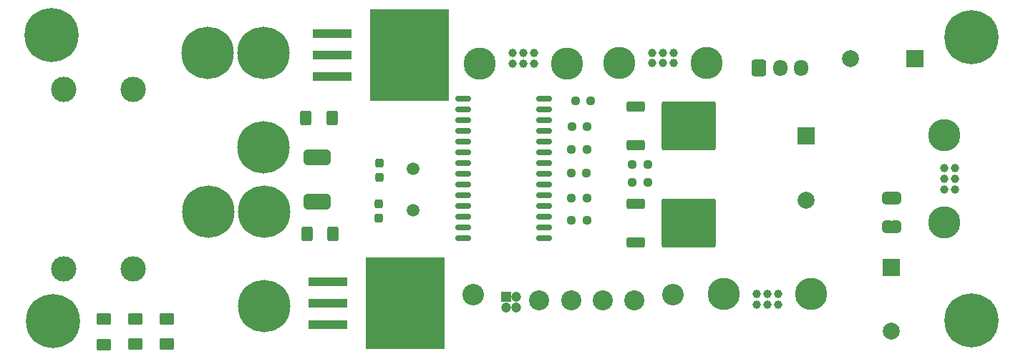
<source format=gts>
G04 #@! TF.GenerationSoftware,KiCad,Pcbnew,9.0.7*
G04 #@! TF.CreationDate,2026-01-21T09:34:02-05:00*
G04 #@! TF.ProjectId,remote_arming,72656d6f-7465-45f6-9172-6d696e672e6b,rev?*
G04 #@! TF.SameCoordinates,Original*
G04 #@! TF.FileFunction,Soldermask,Top*
G04 #@! TF.FilePolarity,Negative*
%FSLAX46Y46*%
G04 Gerber Fmt 4.6, Leading zero omitted, Abs format (unit mm)*
G04 Created by KiCad (PCBNEW 9.0.7) date 2026-01-21 09:34:02*
%MOMM*%
%LPD*%
G01*
G04 APERTURE LIST*
G04 Aperture macros list*
%AMRoundRect*
0 Rectangle with rounded corners*
0 $1 Rounding radius*
0 $2 $3 $4 $5 $6 $7 $8 $9 X,Y pos of 4 corners*
0 Add a 4 corners polygon primitive as box body*
4,1,4,$2,$3,$4,$5,$6,$7,$8,$9,$2,$3,0*
0 Add four circle primitives for the rounded corners*
1,1,$1+$1,$2,$3*
1,1,$1+$1,$4,$5*
1,1,$1+$1,$6,$7*
1,1,$1+$1,$8,$9*
0 Add four rect primitives between the rounded corners*
20,1,$1+$1,$2,$3,$4,$5,0*
20,1,$1+$1,$4,$5,$6,$7,0*
20,1,$1+$1,$6,$7,$8,$9,0*
20,1,$1+$1,$8,$9,$2,$3,0*%
%AMFreePoly0*
4,1,23,0.500000,-0.750000,0.000000,-0.750000,0.000000,-0.745722,-0.065263,-0.745722,-0.191342,-0.711940,-0.304381,-0.646677,-0.396677,-0.554381,-0.461940,-0.441342,-0.495722,-0.315263,-0.495722,-0.250000,-0.500000,-0.250000,-0.500000,0.250000,-0.495722,0.250000,-0.495722,0.315263,-0.461940,0.441342,-0.396677,0.554381,-0.304381,0.646677,-0.191342,0.711940,-0.065263,0.745722,0.000000,0.745722,
0.000000,0.750000,0.500000,0.750000,0.500000,-0.750000,0.500000,-0.750000,$1*%
%AMFreePoly1*
4,1,23,0.000000,0.745722,0.065263,0.745722,0.191342,0.711940,0.304381,0.646677,0.396677,0.554381,0.461940,0.441342,0.495722,0.315263,0.495722,0.250000,0.500000,0.250000,0.500000,-0.250000,0.495722,-0.250000,0.495722,-0.315263,0.461940,-0.441342,0.396677,-0.554381,0.304381,-0.646677,0.191342,-0.711940,0.065263,-0.745722,0.000000,-0.745722,0.000000,-0.750000,-0.500000,-0.750000,
-0.500000,0.750000,0.000000,0.750000,0.000000,0.745722,0.000000,0.745722,$1*%
G04 Aperture macros list end*
%ADD10RoundRect,0.237500X0.237500X-0.300000X0.237500X0.300000X-0.237500X0.300000X-0.237500X-0.300000X0*%
%ADD11RoundRect,0.342308X1.232692X-0.547692X1.232692X0.547692X-1.232692X0.547692X-1.232692X-0.547692X0*%
%ADD12R,2.000000X2.000000*%
%ADD13C,2.000000*%
%ADD14C,3.800000*%
%ADD15C,1.000000*%
%ADD16RoundRect,0.237500X-0.250000X-0.237500X0.250000X-0.237500X0.250000X0.237500X-0.250000X0.237500X0*%
%ADD17RoundRect,0.250001X0.624999X-0.462499X0.624999X0.462499X-0.624999X0.462499X-0.624999X-0.462499X0*%
%ADD18RoundRect,0.250000X-0.600000X-0.725000X0.600000X-0.725000X0.600000X0.725000X-0.600000X0.725000X0*%
%ADD19O,1.700000X1.950000*%
%ADD20FreePoly0,180.000000*%
%ADD21FreePoly1,180.000000*%
%ADD22RoundRect,0.237500X0.250000X0.237500X-0.250000X0.237500X-0.250000X-0.237500X0.250000X-0.237500X0*%
%ADD23C,2.550000*%
%ADD24RoundRect,0.102000X-0.500000X-0.500000X0.500000X-0.500000X0.500000X0.500000X-0.500000X0.500000X0*%
%ADD25C,1.204000*%
%ADD26C,2.379000*%
%ADD27C,3.000000*%
%ADD28C,3.600000*%
%ADD29C,6.400000*%
%ADD30C,6.197600*%
%ADD31RoundRect,0.250000X-0.850000X-0.350000X0.850000X-0.350000X0.850000X0.350000X-0.850000X0.350000X0*%
%ADD32RoundRect,0.249997X-2.950003X-2.650003X2.950003X-2.650003X2.950003X2.650003X-2.950003X2.650003X0*%
%ADD33R,4.600000X1.100000*%
%ADD34R,9.400000X10.800000*%
%ADD35RoundRect,0.250000X0.400000X0.625000X-0.400000X0.625000X-0.400000X-0.625000X0.400000X-0.625000X0*%
%ADD36C,1.500000*%
%ADD37RoundRect,0.237500X-0.237500X0.300000X-0.237500X-0.300000X0.237500X-0.300000X0.237500X0.300000X0*%
%ADD38RoundRect,0.150000X-0.750000X-0.150000X0.750000X-0.150000X0.750000X0.150000X-0.750000X0.150000X0*%
G04 APERTURE END LIST*
G04 #@! TO.C,JP3*
G36*
X202384800Y-97066800D02*
G01*
X202084800Y-97066800D01*
X202084800Y-95566800D01*
X202384800Y-95566800D01*
X202384800Y-97066800D01*
G37*
G04 #@! TO.C,JP4*
G36*
X202384800Y-100470400D02*
G01*
X202084800Y-100470400D01*
X202084800Y-98970400D01*
X202384800Y-98970400D01*
X202384800Y-100470400D01*
G37*
G04 #@! TD*
D10*
G04 #@! TO.C,C2*
X141630400Y-93875700D03*
X141630400Y-92150700D03*
G04 #@! TD*
D11*
G04 #@! TO.C,F1*
X134315200Y-96700500D03*
X134315200Y-91470500D03*
G04 #@! TD*
D12*
G04 #@! TO.C,BZ1*
X204958000Y-79806800D03*
D13*
X197358000Y-79806800D03*
G04 #@! TD*
D14*
G04 #@! TO.C,J6*
X182422800Y-107645200D03*
X192722800Y-107645200D03*
D15*
X188822800Y-107645200D03*
X187572800Y-107645200D03*
X186322800Y-107645200D03*
X188822800Y-108895200D03*
X187572800Y-108895200D03*
X186322800Y-108895200D03*
G04 #@! TD*
D16*
G04 #@! TO.C,R26*
X164365500Y-96306500D03*
X166190500Y-96306500D03*
G04 #@! TD*
D12*
G04 #@! TO.C,BZ3*
X202175000Y-104475000D03*
D13*
X202175000Y-112075000D03*
G04 #@! TD*
D17*
G04 #@! TO.C,DR1*
X109034400Y-113623600D03*
X109034400Y-110648600D03*
G04 #@! TD*
D18*
G04 #@! TO.C,J7*
X186563000Y-80877500D03*
D19*
X189063000Y-80877500D03*
X191563000Y-80877500D03*
G04 #@! TD*
D14*
G04 #@! TO.C,J9*
X208445751Y-99155522D03*
X208445751Y-88855522D03*
D15*
X208445751Y-92755522D03*
X208445751Y-94005522D03*
X208445751Y-95255522D03*
X209695751Y-92755522D03*
X209695751Y-94005522D03*
X209695751Y-95255522D03*
G04 #@! TD*
D16*
G04 #@! TO.C,R30*
X164315500Y-93356500D03*
X166140500Y-93356500D03*
G04 #@! TD*
D20*
G04 #@! TO.C,JP3*
X202884800Y-96316800D03*
D21*
X201584800Y-96316800D03*
G04 #@! TD*
D22*
G04 #@! TO.C,R28*
X166190300Y-90500200D03*
X164365300Y-90500200D03*
G04 #@! TD*
D23*
G04 #@! TO.C,J4*
X152716400Y-107770000D03*
X176366400Y-107770000D03*
D24*
X156616400Y-107970000D03*
D25*
X157866400Y-107970000D03*
X156616400Y-109220000D03*
X157866400Y-109220000D03*
D26*
X160566400Y-108390000D03*
X164316400Y-108390000D03*
X168066400Y-108390000D03*
X171816400Y-108390000D03*
G04 #@! TD*
D27*
G04 #@! TO.C,J2*
X112553000Y-83406500D03*
X104303000Y-83406500D03*
G04 #@! TD*
D22*
G04 #@! TO.C,R31*
X173378500Y-92307500D03*
X171553500Y-92307500D03*
G04 #@! TD*
D28*
G04 #@! TO.C,H1*
X102870000Y-77034540D03*
D29*
X102870000Y-77034540D03*
G04 #@! TD*
D30*
G04 #@! TO.C,U5*
X128016000Y-109071500D03*
X128016000Y-97895500D03*
X121412000Y-97895500D03*
G04 #@! TD*
D20*
G04 #@! TO.C,JP4*
X202884800Y-99720400D03*
D21*
X201584800Y-99720400D03*
G04 #@! TD*
D31*
G04 #@! TO.C,Q4*
X171958000Y-85461500D03*
D32*
X178258000Y-87741500D03*
D31*
X171958000Y-90021500D03*
G04 #@! TD*
D33*
G04 #@! TO.C,D2*
X136101000Y-79334500D03*
D34*
X145251000Y-79334500D03*
D33*
X136101000Y-76794500D03*
X136101000Y-81874500D03*
G04 #@! TD*
D28*
G04 #@! TO.C,H4*
X211683600Y-77216000D03*
D29*
X211683600Y-77216000D03*
G04 #@! TD*
D16*
G04 #@! TO.C,R32*
X171553500Y-94466500D03*
X173378500Y-94466500D03*
G04 #@! TD*
D14*
G04 #@! TO.C,J5*
X180328000Y-80325150D03*
X170028000Y-80325150D03*
D15*
X173928000Y-80325150D03*
X175178000Y-80325150D03*
X176428000Y-80325150D03*
X173928000Y-79075150D03*
X175178000Y-79075150D03*
X176428000Y-79075150D03*
G04 #@! TD*
D16*
G04 #@! TO.C,R25*
X164849800Y-84810600D03*
X166674800Y-84810600D03*
G04 #@! TD*
D31*
G04 #@! TO.C,Q5*
X171949000Y-96958000D03*
D32*
X178249000Y-99238000D03*
D31*
X171949000Y-101518000D03*
G04 #@! TD*
D17*
G04 #@! TO.C,DW1*
X116529400Y-113590600D03*
X116529400Y-110615600D03*
G04 #@! TD*
D14*
G04 #@! TO.C,J8*
X163830000Y-80369500D03*
X153530000Y-80369500D03*
D15*
X157430000Y-80369500D03*
X158680000Y-80369500D03*
X159930000Y-80369500D03*
X157430000Y-79119500D03*
X158680000Y-79119500D03*
X159930000Y-79119500D03*
G04 #@! TD*
D33*
G04 #@! TO.C,D3*
X135576000Y-108709500D03*
D34*
X144726000Y-108709500D03*
D33*
X135576000Y-106169500D03*
X135576000Y-111249500D03*
G04 #@! TD*
D35*
G04 #@! TO.C,R14*
X136078000Y-86846500D03*
X132978000Y-86846500D03*
G04 #@! TD*
D36*
G04 #@! TO.C,Y1*
X145669000Y-92860800D03*
X145669000Y-97740800D03*
G04 #@! TD*
D17*
G04 #@! TO.C,DB1*
X112784400Y-113603100D03*
X112784400Y-110628100D03*
G04 #@! TD*
D28*
G04 #@! TO.C,H3*
X211683600Y-110794800D03*
D29*
X211683600Y-110794800D03*
G04 #@! TD*
D37*
G04 #@! TO.C,C3*
X141608000Y-96978300D03*
X141608000Y-98703300D03*
G04 #@! TD*
D12*
G04 #@! TO.C,BZ2*
X192115954Y-88914299D03*
D13*
X192115954Y-96514299D03*
G04 #@! TD*
D38*
G04 #@! TO.C,U2*
X151560000Y-84540000D03*
X151560000Y-85810000D03*
X151560000Y-87080000D03*
X151560000Y-88350000D03*
X151560000Y-89620000D03*
X151560000Y-90890000D03*
X151560000Y-92160000D03*
X151560000Y-93430000D03*
X151560000Y-94700000D03*
X151560000Y-95970000D03*
X151560000Y-97240000D03*
X151560000Y-98510000D03*
X151560000Y-99780000D03*
X151560000Y-101050000D03*
X161160000Y-101050000D03*
X161160000Y-99780000D03*
X161160000Y-98510000D03*
X161160000Y-97240000D03*
X161160000Y-95970000D03*
X161160000Y-94700000D03*
X161160000Y-93430000D03*
X161160000Y-92160000D03*
X161160000Y-90890000D03*
X161160000Y-89620000D03*
X161160000Y-88350000D03*
X161160000Y-87080000D03*
X161160000Y-85810000D03*
X161160000Y-84540000D03*
G04 #@! TD*
D28*
G04 #@! TO.C,H2*
X103022400Y-110896400D03*
D29*
X103022400Y-110896400D03*
G04 #@! TD*
D35*
G04 #@! TO.C,R15*
X136170000Y-100511700D03*
X133070000Y-100511700D03*
G04 #@! TD*
D16*
G04 #@! TO.C,R29*
X164365500Y-98956500D03*
X166190500Y-98956500D03*
G04 #@! TD*
D27*
G04 #@! TO.C,J3*
X104303000Y-104706500D03*
X112553000Y-104706500D03*
G04 #@! TD*
D22*
G04 #@! TO.C,R27*
X166240500Y-87806500D03*
X164415500Y-87806500D03*
G04 #@! TD*
D30*
G04 #@! TO.C,U4*
X127980000Y-90282000D03*
X127980000Y-79106000D03*
X121376000Y-79106000D03*
G04 #@! TD*
M02*

</source>
